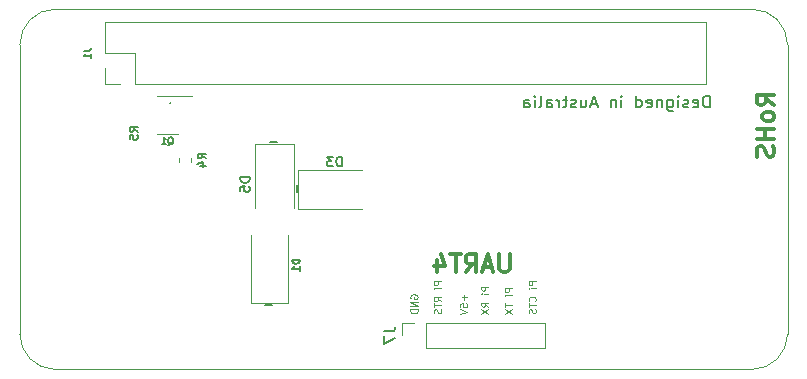
<source format=gbr>
G04 #@! TF.GenerationSoftware,KiCad,Pcbnew,6.0.2-378541a8eb~116~ubuntu20.04.1*
G04 #@! TF.CreationDate,2022-02-27T20:25:45+11:00*
G04 #@! TF.ProjectId,PiConnectLite,5069436f-6e6e-4656-9374-4c6974652e6b,rev?*
G04 #@! TF.SameCoordinates,Original*
G04 #@! TF.FileFunction,Legend,Bot*
G04 #@! TF.FilePolarity,Positive*
%FSLAX46Y46*%
G04 Gerber Fmt 4.6, Leading zero omitted, Abs format (unit mm)*
G04 Created by KiCad (PCBNEW 6.0.2-378541a8eb~116~ubuntu20.04.1) date 2022-02-27 20:25:45*
%MOMM*%
%LPD*%
G01*
G04 APERTURE LIST*
%ADD10C,0.150000*%
G04 #@! TA.AperFunction,Profile*
%ADD11C,0.100000*%
G04 #@! TD*
%ADD12C,0.090000*%
%ADD13C,0.300000*%
%ADD14C,0.120000*%
G04 APERTURE END LIST*
D10*
X101930000Y-75350000D02*
X101930000Y-75980000D01*
X100290000Y-71710000D02*
X99660000Y-71710000D01*
X99880000Y-85550000D02*
X99250000Y-85550000D01*
X91235355Y-68450000D02*
G75*
G03*
X91235355Y-68450000I-35355J0D01*
G01*
D11*
X117500000Y-91000000D02*
X140500000Y-91000000D01*
X143500000Y-63500000D02*
G75*
G03*
X140500000Y-60500000I-3000001J-1D01*
G01*
X143500000Y-68000000D02*
X143500000Y-66500000D01*
X143500000Y-74000000D02*
X143500000Y-68000000D01*
X143500000Y-66500000D02*
X143500000Y-63500000D01*
X140500000Y-91000001D02*
G75*
G03*
X143499995Y-88005236I-2J3000002D01*
G01*
X78500000Y-63500000D02*
X78500000Y-88000000D01*
X81500000Y-60500000D02*
G75*
G03*
X78500000Y-63500000I1J-3000001D01*
G01*
X143499995Y-88005236D02*
X143500000Y-74000000D01*
X140500000Y-60500000D02*
X81500000Y-60500000D01*
X78500000Y-88000000D02*
G75*
G03*
X81500000Y-91000000I3000001J1D01*
G01*
X81500000Y-91000000D02*
X117500000Y-91000000D01*
D12*
X118171428Y-83998285D02*
X117571428Y-83998285D01*
X117571428Y-84226856D01*
X117600000Y-84283999D01*
X117628571Y-84312571D01*
X117685714Y-84341142D01*
X117771428Y-84341142D01*
X117828571Y-84312571D01*
X117857142Y-84283999D01*
X117885714Y-84226856D01*
X117885714Y-83998285D01*
X118171428Y-84598285D02*
X117771428Y-84598285D01*
X117571428Y-84598285D02*
X117600000Y-84569713D01*
X117628571Y-84598285D01*
X117600000Y-84626856D01*
X117571428Y-84598285D01*
X117628571Y-84598285D01*
X118171428Y-85683999D02*
X117885714Y-85483999D01*
X118171428Y-85341142D02*
X117571428Y-85341142D01*
X117571428Y-85569713D01*
X117600000Y-85626856D01*
X117628571Y-85655428D01*
X117685714Y-85683999D01*
X117771428Y-85683999D01*
X117828571Y-85655428D01*
X117857142Y-85626856D01*
X117885714Y-85569713D01*
X117885714Y-85341142D01*
X117571428Y-85883999D02*
X118171428Y-86283999D01*
X117571428Y-86283999D02*
X118171428Y-85883999D01*
X120171428Y-84141142D02*
X119571428Y-84141142D01*
X119571428Y-84369714D01*
X119600000Y-84426857D01*
X119628571Y-84455428D01*
X119685714Y-84484000D01*
X119771428Y-84484000D01*
X119828571Y-84455428D01*
X119857142Y-84426857D01*
X119885714Y-84369714D01*
X119885714Y-84141142D01*
X120171428Y-84741142D02*
X119771428Y-84741142D01*
X119571428Y-84741142D02*
X119600000Y-84712571D01*
X119628571Y-84741142D01*
X119600000Y-84769714D01*
X119571428Y-84741142D01*
X119628571Y-84741142D01*
X119571428Y-85398285D02*
X119571428Y-85741142D01*
X120171428Y-85569714D02*
X119571428Y-85569714D01*
X119571428Y-85884000D02*
X120171428Y-86284000D01*
X119571428Y-86284000D02*
X120171428Y-85884000D01*
X122171428Y-83541142D02*
X121571428Y-83541142D01*
X121571428Y-83769714D01*
X121600000Y-83826857D01*
X121628571Y-83855428D01*
X121685714Y-83884000D01*
X121771428Y-83884000D01*
X121828571Y-83855428D01*
X121857142Y-83826857D01*
X121885714Y-83769714D01*
X121885714Y-83541142D01*
X122171428Y-84141142D02*
X121771428Y-84141142D01*
X121571428Y-84141142D02*
X121600000Y-84112571D01*
X121628571Y-84141142D01*
X121600000Y-84169714D01*
X121571428Y-84141142D01*
X121628571Y-84141142D01*
X122114285Y-85226857D02*
X122142857Y-85198285D01*
X122171428Y-85112571D01*
X122171428Y-85055428D01*
X122142857Y-84969714D01*
X122085714Y-84912571D01*
X122028571Y-84884000D01*
X121914285Y-84855428D01*
X121828571Y-84855428D01*
X121714285Y-84884000D01*
X121657142Y-84912571D01*
X121600000Y-84969714D01*
X121571428Y-85055428D01*
X121571428Y-85112571D01*
X121600000Y-85198285D01*
X121628571Y-85226857D01*
X121571428Y-85398285D02*
X121571428Y-85741142D01*
X122171428Y-85569714D02*
X121571428Y-85569714D01*
X122142857Y-85912571D02*
X122171428Y-85998285D01*
X122171428Y-86141142D01*
X122142857Y-86198285D01*
X122114285Y-86226857D01*
X122057142Y-86255428D01*
X122000000Y-86255428D01*
X121942857Y-86226857D01*
X121914285Y-86198285D01*
X121885714Y-86141142D01*
X121857142Y-86026857D01*
X121828571Y-85969714D01*
X121800000Y-85941142D01*
X121742857Y-85912571D01*
X121685714Y-85912571D01*
X121628571Y-85941142D01*
X121600000Y-85969714D01*
X121571428Y-86026857D01*
X121571428Y-86169714D01*
X121600000Y-86255428D01*
X114171428Y-83541142D02*
X113571428Y-83541142D01*
X113571428Y-83769714D01*
X113600000Y-83826857D01*
X113628571Y-83855428D01*
X113685714Y-83884000D01*
X113771428Y-83884000D01*
X113828571Y-83855428D01*
X113857142Y-83826857D01*
X113885714Y-83769714D01*
X113885714Y-83541142D01*
X114171428Y-84141142D02*
X113771428Y-84141142D01*
X113571428Y-84141142D02*
X113600000Y-84112571D01*
X113628571Y-84141142D01*
X113600000Y-84169714D01*
X113571428Y-84141142D01*
X113628571Y-84141142D01*
X114171428Y-85226857D02*
X113885714Y-85026857D01*
X114171428Y-84884000D02*
X113571428Y-84884000D01*
X113571428Y-85112571D01*
X113600000Y-85169714D01*
X113628571Y-85198285D01*
X113685714Y-85226857D01*
X113771428Y-85226857D01*
X113828571Y-85198285D01*
X113857142Y-85169714D01*
X113885714Y-85112571D01*
X113885714Y-84884000D01*
X113571428Y-85398285D02*
X113571428Y-85741142D01*
X114171428Y-85569714D02*
X113571428Y-85569714D01*
X114142857Y-85912571D02*
X114171428Y-85998285D01*
X114171428Y-86141142D01*
X114142857Y-86198285D01*
X114114285Y-86226857D01*
X114057142Y-86255428D01*
X114000000Y-86255428D01*
X113942857Y-86226857D01*
X113914285Y-86198285D01*
X113885714Y-86141142D01*
X113857142Y-86026857D01*
X113828571Y-85969714D01*
X113800000Y-85941142D01*
X113742857Y-85912571D01*
X113685714Y-85912571D01*
X113628571Y-85941142D01*
X113600000Y-85969714D01*
X113571428Y-86026857D01*
X113571428Y-86169714D01*
X113600000Y-86255428D01*
X111600000Y-84998286D02*
X111571428Y-84941143D01*
X111571428Y-84855429D01*
X111600000Y-84769714D01*
X111657142Y-84712571D01*
X111714285Y-84684000D01*
X111828571Y-84655429D01*
X111914285Y-84655429D01*
X112028571Y-84684000D01*
X112085714Y-84712571D01*
X112142857Y-84769714D01*
X112171428Y-84855429D01*
X112171428Y-84912571D01*
X112142857Y-84998286D01*
X112114285Y-85026857D01*
X111914285Y-85026857D01*
X111914285Y-84912571D01*
X112171428Y-85284000D02*
X111571428Y-85284000D01*
X112171428Y-85626857D01*
X111571428Y-85626857D01*
X112171428Y-85912571D02*
X111571428Y-85912571D01*
X111571428Y-86055429D01*
X111600000Y-86141143D01*
X111657142Y-86198286D01*
X111714285Y-86226857D01*
X111828571Y-86255429D01*
X111914285Y-86255429D01*
X112028571Y-86226857D01*
X112085714Y-86198286D01*
X112142857Y-86141143D01*
X112171428Y-86055429D01*
X112171428Y-85912571D01*
X116134857Y-84684000D02*
X116134857Y-85141143D01*
X116363428Y-84912571D02*
X115906285Y-84912571D01*
X115763428Y-85712571D02*
X115763428Y-85426857D01*
X116049142Y-85398286D01*
X116020571Y-85426857D01*
X115992000Y-85484000D01*
X115992000Y-85626857D01*
X116020571Y-85684000D01*
X116049142Y-85712571D01*
X116106285Y-85741143D01*
X116249142Y-85741143D01*
X116306285Y-85712571D01*
X116334857Y-85684000D01*
X116363428Y-85626857D01*
X116363428Y-85484000D01*
X116334857Y-85426857D01*
X116306285Y-85398286D01*
X115763428Y-85912571D02*
X116363428Y-86112571D01*
X115763428Y-86312571D01*
D13*
X119961142Y-81268571D02*
X119961142Y-82482857D01*
X119889714Y-82625714D01*
X119818285Y-82697142D01*
X119675428Y-82768571D01*
X119389714Y-82768571D01*
X119246857Y-82697142D01*
X119175428Y-82625714D01*
X119104000Y-82482857D01*
X119104000Y-81268571D01*
X118461142Y-82340000D02*
X117746857Y-82340000D01*
X118604000Y-82768571D02*
X118104000Y-81268571D01*
X117604000Y-82768571D01*
X116246857Y-82768571D02*
X116746857Y-82054285D01*
X117104000Y-82768571D02*
X117104000Y-81268571D01*
X116532571Y-81268571D01*
X116389714Y-81340000D01*
X116318285Y-81411428D01*
X116246857Y-81554285D01*
X116246857Y-81768571D01*
X116318285Y-81911428D01*
X116389714Y-81982857D01*
X116532571Y-82054285D01*
X117104000Y-82054285D01*
X115818285Y-81268571D02*
X114961142Y-81268571D01*
X115389714Y-82768571D02*
X115389714Y-81268571D01*
X113818285Y-81768571D02*
X113818285Y-82768571D01*
X114175428Y-81197142D02*
X114532571Y-82268571D01*
X113604000Y-82268571D01*
D10*
X136903142Y-68826380D02*
X136903142Y-67826380D01*
X136665047Y-67826380D01*
X136522190Y-67874000D01*
X136426952Y-67969238D01*
X136379333Y-68064476D01*
X136331714Y-68254952D01*
X136331714Y-68397809D01*
X136379333Y-68588285D01*
X136426952Y-68683523D01*
X136522190Y-68778761D01*
X136665047Y-68826380D01*
X136903142Y-68826380D01*
X135522190Y-68778761D02*
X135617428Y-68826380D01*
X135807904Y-68826380D01*
X135903142Y-68778761D01*
X135950761Y-68683523D01*
X135950761Y-68302571D01*
X135903142Y-68207333D01*
X135807904Y-68159714D01*
X135617428Y-68159714D01*
X135522190Y-68207333D01*
X135474571Y-68302571D01*
X135474571Y-68397809D01*
X135950761Y-68493047D01*
X135093619Y-68778761D02*
X134998380Y-68826380D01*
X134807904Y-68826380D01*
X134712666Y-68778761D01*
X134665047Y-68683523D01*
X134665047Y-68635904D01*
X134712666Y-68540666D01*
X134807904Y-68493047D01*
X134950761Y-68493047D01*
X135046000Y-68445428D01*
X135093619Y-68350190D01*
X135093619Y-68302571D01*
X135046000Y-68207333D01*
X134950761Y-68159714D01*
X134807904Y-68159714D01*
X134712666Y-68207333D01*
X134236476Y-68826380D02*
X134236476Y-68159714D01*
X134236476Y-67826380D02*
X134284095Y-67874000D01*
X134236476Y-67921619D01*
X134188857Y-67874000D01*
X134236476Y-67826380D01*
X134236476Y-67921619D01*
X133331714Y-68159714D02*
X133331714Y-68969238D01*
X133379333Y-69064476D01*
X133426952Y-69112095D01*
X133522190Y-69159714D01*
X133665047Y-69159714D01*
X133760285Y-69112095D01*
X133331714Y-68778761D02*
X133426952Y-68826380D01*
X133617428Y-68826380D01*
X133712666Y-68778761D01*
X133760285Y-68731142D01*
X133807904Y-68635904D01*
X133807904Y-68350190D01*
X133760285Y-68254952D01*
X133712666Y-68207333D01*
X133617428Y-68159714D01*
X133426952Y-68159714D01*
X133331714Y-68207333D01*
X132855523Y-68159714D02*
X132855523Y-68826380D01*
X132855523Y-68254952D02*
X132807904Y-68207333D01*
X132712666Y-68159714D01*
X132569809Y-68159714D01*
X132474571Y-68207333D01*
X132426952Y-68302571D01*
X132426952Y-68826380D01*
X131569809Y-68778761D02*
X131665047Y-68826380D01*
X131855523Y-68826380D01*
X131950761Y-68778761D01*
X131998380Y-68683523D01*
X131998380Y-68302571D01*
X131950761Y-68207333D01*
X131855523Y-68159714D01*
X131665047Y-68159714D01*
X131569809Y-68207333D01*
X131522190Y-68302571D01*
X131522190Y-68397809D01*
X131998380Y-68493047D01*
X130665047Y-68826380D02*
X130665047Y-67826380D01*
X130665047Y-68778761D02*
X130760285Y-68826380D01*
X130950761Y-68826380D01*
X131046000Y-68778761D01*
X131093619Y-68731142D01*
X131141238Y-68635904D01*
X131141238Y-68350190D01*
X131093619Y-68254952D01*
X131046000Y-68207333D01*
X130950761Y-68159714D01*
X130760285Y-68159714D01*
X130665047Y-68207333D01*
X129426952Y-68826380D02*
X129426952Y-68159714D01*
X129426952Y-67826380D02*
X129474571Y-67874000D01*
X129426952Y-67921619D01*
X129379333Y-67874000D01*
X129426952Y-67826380D01*
X129426952Y-67921619D01*
X128950761Y-68159714D02*
X128950761Y-68826380D01*
X128950761Y-68254952D02*
X128903142Y-68207333D01*
X128807904Y-68159714D01*
X128665047Y-68159714D01*
X128569809Y-68207333D01*
X128522190Y-68302571D01*
X128522190Y-68826380D01*
X127331714Y-68540666D02*
X126855523Y-68540666D01*
X127426952Y-68826380D02*
X127093619Y-67826380D01*
X126760285Y-68826380D01*
X125998380Y-68159714D02*
X125998380Y-68826380D01*
X126426952Y-68159714D02*
X126426952Y-68683523D01*
X126379333Y-68778761D01*
X126284095Y-68826380D01*
X126141238Y-68826380D01*
X126046000Y-68778761D01*
X125998380Y-68731142D01*
X125569809Y-68778761D02*
X125474571Y-68826380D01*
X125284095Y-68826380D01*
X125188857Y-68778761D01*
X125141238Y-68683523D01*
X125141238Y-68635904D01*
X125188857Y-68540666D01*
X125284095Y-68493047D01*
X125426952Y-68493047D01*
X125522190Y-68445428D01*
X125569809Y-68350190D01*
X125569809Y-68302571D01*
X125522190Y-68207333D01*
X125426952Y-68159714D01*
X125284095Y-68159714D01*
X125188857Y-68207333D01*
X124855523Y-68159714D02*
X124474571Y-68159714D01*
X124712666Y-67826380D02*
X124712666Y-68683523D01*
X124665047Y-68778761D01*
X124569809Y-68826380D01*
X124474571Y-68826380D01*
X124141238Y-68826380D02*
X124141238Y-68159714D01*
X124141238Y-68350190D02*
X124093619Y-68254952D01*
X124046000Y-68207333D01*
X123950761Y-68159714D01*
X123855523Y-68159714D01*
X123093619Y-68826380D02*
X123093619Y-68302571D01*
X123141238Y-68207333D01*
X123236476Y-68159714D01*
X123426952Y-68159714D01*
X123522190Y-68207333D01*
X123093619Y-68778761D02*
X123188857Y-68826380D01*
X123426952Y-68826380D01*
X123522190Y-68778761D01*
X123569809Y-68683523D01*
X123569809Y-68588285D01*
X123522190Y-68493047D01*
X123426952Y-68445428D01*
X123188857Y-68445428D01*
X123093619Y-68397809D01*
X122474571Y-68826380D02*
X122569809Y-68778761D01*
X122617428Y-68683523D01*
X122617428Y-67826380D01*
X122093619Y-68826380D02*
X122093619Y-68159714D01*
X122093619Y-67826380D02*
X122141238Y-67874000D01*
X122093619Y-67921619D01*
X122046000Y-67874000D01*
X122093619Y-67826380D01*
X122093619Y-67921619D01*
X121188857Y-68826380D02*
X121188857Y-68302571D01*
X121236476Y-68207333D01*
X121331714Y-68159714D01*
X121522190Y-68159714D01*
X121617428Y-68207333D01*
X121188857Y-68778761D02*
X121284095Y-68826380D01*
X121522190Y-68826380D01*
X121617428Y-68778761D01*
X121665047Y-68683523D01*
X121665047Y-68588285D01*
X121617428Y-68493047D01*
X121522190Y-68445428D01*
X121284095Y-68445428D01*
X121188857Y-68397809D01*
D13*
X142378571Y-68625714D02*
X141664285Y-68125714D01*
X142378571Y-67768571D02*
X140878571Y-67768571D01*
X140878571Y-68340000D01*
X140950000Y-68482857D01*
X141021428Y-68554285D01*
X141164285Y-68625714D01*
X141378571Y-68625714D01*
X141521428Y-68554285D01*
X141592857Y-68482857D01*
X141664285Y-68340000D01*
X141664285Y-67768571D01*
X142378571Y-69482857D02*
X142307142Y-69340000D01*
X142235714Y-69268571D01*
X142092857Y-69197142D01*
X141664285Y-69197142D01*
X141521428Y-69268571D01*
X141450000Y-69340000D01*
X141378571Y-69482857D01*
X141378571Y-69697142D01*
X141450000Y-69840000D01*
X141521428Y-69911428D01*
X141664285Y-69982857D01*
X142092857Y-69982857D01*
X142235714Y-69911428D01*
X142307142Y-69840000D01*
X142378571Y-69697142D01*
X142378571Y-69482857D01*
X142378571Y-70625714D02*
X140878571Y-70625714D01*
X141592857Y-70625714D02*
X141592857Y-71482857D01*
X142378571Y-71482857D02*
X140878571Y-71482857D01*
X142307142Y-72125714D02*
X142378571Y-72340000D01*
X142378571Y-72697142D01*
X142307142Y-72840000D01*
X142235714Y-72911428D01*
X142092857Y-72982857D01*
X141950000Y-72982857D01*
X141807142Y-72911428D01*
X141735714Y-72840000D01*
X141664285Y-72697142D01*
X141592857Y-72411428D01*
X141521428Y-72268571D01*
X141450000Y-72197142D01*
X141307142Y-72125714D01*
X141164285Y-72125714D01*
X141021428Y-72197142D01*
X140950000Y-72268571D01*
X140878571Y-72411428D01*
X140878571Y-72768571D01*
X140950000Y-72982857D01*
D10*
X83901428Y-64030000D02*
X84330000Y-64030000D01*
X84415714Y-64001428D01*
X84472857Y-63944285D01*
X84501428Y-63858571D01*
X84501428Y-63801428D01*
X84501428Y-64630000D02*
X84501428Y-64287142D01*
X84501428Y-64458571D02*
X83901428Y-64458571D01*
X83987142Y-64401428D01*
X84044285Y-64344285D01*
X84072857Y-64287142D01*
X91057142Y-72004571D02*
X91114285Y-71976000D01*
X91171428Y-71918857D01*
X91257142Y-71833142D01*
X91314285Y-71804571D01*
X91371428Y-71804571D01*
X91342857Y-71947428D02*
X91400000Y-71918857D01*
X91457142Y-71861714D01*
X91485714Y-71747428D01*
X91485714Y-71547428D01*
X91457142Y-71433142D01*
X91400000Y-71376000D01*
X91342857Y-71347428D01*
X91228571Y-71347428D01*
X91171428Y-71376000D01*
X91114285Y-71433142D01*
X91085714Y-71547428D01*
X91085714Y-71747428D01*
X91114285Y-71861714D01*
X91171428Y-71918857D01*
X91228571Y-71947428D01*
X91342857Y-71947428D01*
X90514285Y-71947428D02*
X90857142Y-71947428D01*
X90685714Y-71947428D02*
X90685714Y-71347428D01*
X90742857Y-71433142D01*
X90800000Y-71490285D01*
X90857142Y-71518857D01*
X94246666Y-73145333D02*
X93913333Y-72912000D01*
X94246666Y-72745333D02*
X93546666Y-72745333D01*
X93546666Y-73012000D01*
X93580000Y-73078666D01*
X93613333Y-73112000D01*
X93680000Y-73145333D01*
X93780000Y-73145333D01*
X93846666Y-73112000D01*
X93880000Y-73078666D01*
X93913333Y-73012000D01*
X93913333Y-72745333D01*
X93780000Y-73745333D02*
X94246666Y-73745333D01*
X93513333Y-73578666D02*
X94013333Y-73412000D01*
X94013333Y-73845333D01*
X88486666Y-70883333D02*
X88153333Y-70650000D01*
X88486666Y-70483333D02*
X87786666Y-70483333D01*
X87786666Y-70750000D01*
X87820000Y-70816666D01*
X87853333Y-70850000D01*
X87920000Y-70883333D01*
X88020000Y-70883333D01*
X88086666Y-70850000D01*
X88120000Y-70816666D01*
X88153333Y-70750000D01*
X88153333Y-70483333D01*
X87786666Y-71516666D02*
X87786666Y-71183333D01*
X88120000Y-71150000D01*
X88086666Y-71183333D01*
X88053333Y-71250000D01*
X88053333Y-71416666D01*
X88086666Y-71483333D01*
X88120000Y-71516666D01*
X88186666Y-71550000D01*
X88353333Y-71550000D01*
X88420000Y-71516666D01*
X88453333Y-71483333D01*
X88486666Y-71416666D01*
X88486666Y-71250000D01*
X88453333Y-71183333D01*
X88420000Y-71150000D01*
X102181428Y-81717142D02*
X101581428Y-81717142D01*
X101581428Y-81860000D01*
X101610000Y-81945714D01*
X101667142Y-82002857D01*
X101724285Y-82031428D01*
X101838571Y-82060000D01*
X101924285Y-82060000D01*
X102038571Y-82031428D01*
X102095714Y-82002857D01*
X102152857Y-81945714D01*
X102181428Y-81860000D01*
X102181428Y-81717142D01*
X102181428Y-82631428D02*
X102181428Y-82288571D01*
X102181428Y-82460000D02*
X101581428Y-82460000D01*
X101667142Y-82402857D01*
X101724285Y-82345714D01*
X101752857Y-82288571D01*
X105760476Y-73815904D02*
X105760476Y-73015904D01*
X105570000Y-73015904D01*
X105455714Y-73054000D01*
X105379523Y-73130190D01*
X105341428Y-73206380D01*
X105303333Y-73358761D01*
X105303333Y-73473047D01*
X105341428Y-73625428D01*
X105379523Y-73701619D01*
X105455714Y-73777809D01*
X105570000Y-73815904D01*
X105760476Y-73815904D01*
X105036666Y-73015904D02*
X104541428Y-73015904D01*
X104808095Y-73320666D01*
X104693809Y-73320666D01*
X104617619Y-73358761D01*
X104579523Y-73396857D01*
X104541428Y-73473047D01*
X104541428Y-73663523D01*
X104579523Y-73739714D01*
X104617619Y-73777809D01*
X104693809Y-73815904D01*
X104922380Y-73815904D01*
X104998571Y-73777809D01*
X105036666Y-73739714D01*
X97961904Y-74729523D02*
X97161904Y-74729523D01*
X97161904Y-74920000D01*
X97200000Y-75034285D01*
X97276190Y-75110476D01*
X97352380Y-75148571D01*
X97504761Y-75186666D01*
X97619047Y-75186666D01*
X97771428Y-75148571D01*
X97847619Y-75110476D01*
X97923809Y-75034285D01*
X97961904Y-74920000D01*
X97961904Y-74729523D01*
X97161904Y-75910476D02*
X97161904Y-75529523D01*
X97542857Y-75491428D01*
X97504761Y-75529523D01*
X97466666Y-75605714D01*
X97466666Y-75796190D01*
X97504761Y-75872380D01*
X97542857Y-75910476D01*
X97619047Y-75948571D01*
X97809523Y-75948571D01*
X97885714Y-75910476D01*
X97923809Y-75872380D01*
X97961904Y-75796190D01*
X97961904Y-75605714D01*
X97923809Y-75529523D01*
X97885714Y-75491428D01*
X109292380Y-87766666D02*
X110006666Y-87766666D01*
X110149523Y-87719047D01*
X110244761Y-87623809D01*
X110292380Y-87480952D01*
X110292380Y-87385714D01*
X109292380Y-88147619D02*
X109292380Y-88814285D01*
X110292380Y-88385714D01*
D14*
X85670000Y-65500000D02*
X85670000Y-66830000D01*
X136590000Y-61630000D02*
X136590000Y-66830000D01*
X88270000Y-66830000D02*
X136590000Y-66830000D01*
X88270000Y-64230000D02*
X88270000Y-66830000D01*
X85670000Y-61630000D02*
X85670000Y-64230000D01*
X85670000Y-61630000D02*
X136590000Y-61630000D01*
X85670000Y-64230000D02*
X88270000Y-64230000D01*
X85670000Y-66830000D02*
X87000000Y-66830000D01*
X90100000Y-67890000D02*
X93050000Y-67890000D01*
X91900000Y-71110000D02*
X90100000Y-71110000D01*
X93010000Y-73424779D02*
X93010000Y-73099221D01*
X91990000Y-73424779D02*
X91990000Y-73099221D01*
X101215000Y-85345000D02*
X98045000Y-85345000D01*
X98045000Y-85345000D02*
X98045000Y-79660000D01*
X101215000Y-79660000D02*
X101215000Y-85345000D01*
X102080000Y-77390000D02*
X107480000Y-77390000D01*
X102080000Y-74090000D02*
X107480000Y-74090000D01*
X102080000Y-77390000D02*
X102080000Y-74090000D01*
X98450000Y-71920000D02*
X101750000Y-71920000D01*
X98450000Y-71920000D02*
X98450000Y-77320000D01*
X101750000Y-71920000D02*
X101750000Y-77320000D01*
X110840000Y-87040000D02*
X110840000Y-88100000D01*
X122960000Y-87040000D02*
X122960000Y-89160000D01*
X111900000Y-87040000D02*
X110840000Y-87040000D01*
X112900000Y-87040000D02*
X122960000Y-87040000D01*
X112900000Y-87040000D02*
X112900000Y-89160000D01*
X112900000Y-89160000D02*
X122960000Y-89160000D01*
M02*

</source>
